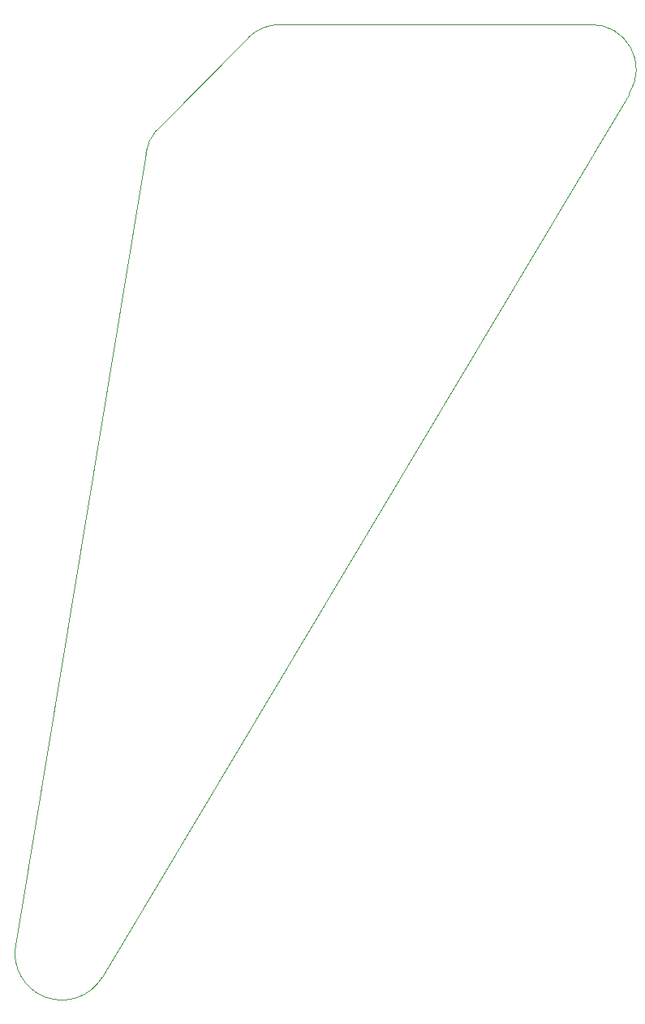
<source format=gbr>
%TF.GenerationSoftware,KiCad,Pcbnew,9.0.7*%
%TF.CreationDate,2026-02-21T03:41:41+02:00*%
%TF.ProjectId,kicad_selka_mk2,6b696361-645f-4736-956c-6b615f6d6b32,rev?*%
%TF.SameCoordinates,Original*%
%TF.FileFunction,Profile,NP*%
%FSLAX46Y46*%
G04 Gerber Fmt 4.6, Leading zero omitted, Abs format (unit mm)*
G04 Created by KiCad (PCBNEW 9.0.7) date 2026-02-21 03:41:41*
%MOMM*%
%LPD*%
G01*
G04 APERTURE LIST*
%TA.AperFunction,Profile*%
%ADD10C,0.050000*%
%TD*%
G04 APERTURE END LIST*
D10*
X169164001Y-138328400D02*
G75*
G02*
X173124559Y-145491200I4999J-4673600D01*
G01*
X133378797Y-139671061D02*
G75*
G02*
X136631845Y-138337769I3253003J-3301739D01*
G01*
X122661845Y-151735786D02*
G75*
G02*
X123781439Y-149320823I4635655J-682114D01*
G01*
X133378797Y-139671061D02*
X123781455Y-149320837D01*
X118110000Y-237642400D02*
G75*
G02*
X109073822Y-234290712I-4216400J2489200D01*
G01*
X109067600Y-234289600D02*
X122661845Y-151735787D01*
X136631845Y-138337771D02*
X169164000Y-138328400D01*
X173126400Y-145491200D02*
X118110000Y-237642400D01*
M02*

</source>
